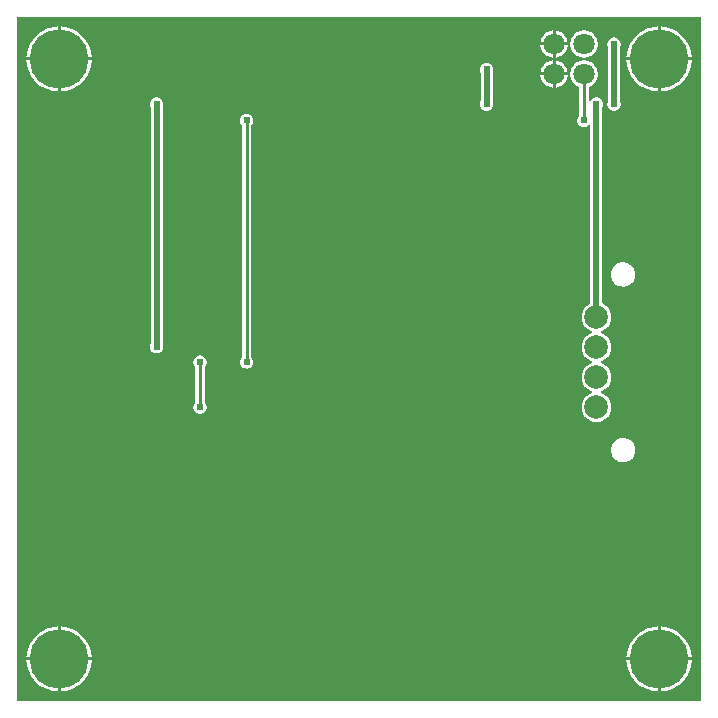
<source format=gbl>
G04 Layer: BottomLayer*
G04 Panelize: , Column: 2, Row: 2, Board Size: 58.42mm x 58.42mm, Panelized Board Size: 118.84mm x 118.84mm*
G04 EasyEDA v6.5.34, 2023-08-21 18:11:39*
G04 ba809c9b4c8644faba3ff844f2f4f7cd,5a6b42c53f6a479593ecc07194224c93,10*
G04 Gerber Generator version 0.2*
G04 Scale: 100 percent, Rotated: No, Reflected: No *
G04 Dimensions in millimeters *
G04 leading zeros omitted , absolute positions ,4 integer and 5 decimal *
%FSLAX45Y45*%
%MOMM*%

%ADD10C,0.5000*%
%ADD11C,0.2540*%
%ADD12C,5.0000*%
%ADD13C,2.0000*%
%ADD14C,1.8000*%
%ADD15C,0.6100*%
%ADD16C,0.6096*%
%ADD17C,0.0110*%

%LPD*%
G36*
X5805932Y25908D02*
G01*
X36068Y26416D01*
X32156Y27178D01*
X28905Y29362D01*
X26670Y32664D01*
X25908Y36576D01*
X25908Y5805932D01*
X26670Y5809843D01*
X28905Y5813094D01*
X32156Y5815330D01*
X36068Y5816092D01*
X5805932Y5816092D01*
X5809843Y5815330D01*
X5813094Y5813094D01*
X5815330Y5809843D01*
X5816092Y5805932D01*
X5816092Y36068D01*
X5815330Y32207D01*
X5813094Y28905D01*
X5809843Y26670D01*
G37*

%LPC*%
G36*
X4584700Y5600700D02*
G01*
X4687112Y5600700D01*
X4686960Y5602528D01*
X4684268Y5616803D01*
X4679746Y5630672D01*
X4673549Y5643829D01*
X4665776Y5656122D01*
X4656480Y5667349D01*
X4645863Y5677306D01*
X4634077Y5685840D01*
X4621326Y5692851D01*
X4607814Y5698236D01*
X4593691Y5701842D01*
X4584700Y5702960D01*
G37*
G36*
X393700Y105562D02*
G01*
X398322Y105664D01*
X421284Y108051D01*
X443992Y112369D01*
X466242Y118618D01*
X487934Y126644D01*
X508812Y136499D01*
X528828Y148031D01*
X547827Y161239D01*
X565607Y175971D01*
X582117Y192125D01*
X597204Y209600D01*
X610819Y228295D01*
X622757Y248107D01*
X633018Y268782D01*
X641553Y290271D01*
X648208Y312369D01*
X653034Y334975D01*
X655929Y357936D01*
X656336Y368300D01*
X393700Y368300D01*
G37*
G36*
X5448300Y105613D02*
G01*
X5448300Y368300D01*
X5185410Y368300D01*
X5187289Y346405D01*
X5191150Y323646D01*
X5196890Y301244D01*
X5204460Y279450D01*
X5213858Y258317D01*
X5224983Y238099D01*
X5237784Y218846D01*
X5252161Y200710D01*
X5267960Y183896D01*
X5285130Y168402D01*
X5303520Y154432D01*
X5323027Y142087D01*
X5343499Y131368D01*
X5364835Y122428D01*
X5386781Y115265D01*
X5409285Y109982D01*
X5432145Y106629D01*
G37*
G36*
X368300Y105613D02*
G01*
X368300Y368300D01*
X105410Y368300D01*
X107289Y346405D01*
X111150Y323646D01*
X116890Y301244D01*
X124460Y279450D01*
X133858Y258317D01*
X144983Y238099D01*
X157784Y218846D01*
X172161Y200710D01*
X187960Y183896D01*
X205130Y168402D01*
X223520Y154432D01*
X243027Y142087D01*
X263499Y131368D01*
X284835Y122428D01*
X306781Y115265D01*
X329285Y109982D01*
X352145Y106629D01*
G37*
G36*
X5473700Y393700D02*
G01*
X5736336Y393700D01*
X5735929Y404063D01*
X5733034Y427024D01*
X5728208Y449630D01*
X5721553Y471728D01*
X5713018Y493217D01*
X5702757Y513892D01*
X5690819Y533704D01*
X5677204Y552348D01*
X5662117Y569874D01*
X5645607Y586028D01*
X5627827Y600760D01*
X5608828Y613968D01*
X5588812Y625500D01*
X5567934Y635355D01*
X5546242Y643382D01*
X5523992Y649630D01*
X5501284Y653948D01*
X5478322Y656336D01*
X5473700Y656437D01*
G37*
G36*
X393700Y393700D02*
G01*
X656336Y393700D01*
X655929Y404063D01*
X653034Y427024D01*
X648208Y449630D01*
X641553Y471728D01*
X633018Y493217D01*
X622757Y513892D01*
X610819Y533704D01*
X597204Y552348D01*
X582117Y569874D01*
X565607Y586028D01*
X547827Y600760D01*
X528828Y613968D01*
X508812Y625500D01*
X487934Y635355D01*
X466242Y643382D01*
X443992Y649630D01*
X421284Y653948D01*
X398322Y656336D01*
X393700Y656437D01*
G37*
G36*
X5185410Y393700D02*
G01*
X5448300Y393700D01*
X5448300Y656386D01*
X5432145Y655370D01*
X5409285Y652018D01*
X5386781Y646734D01*
X5364835Y639572D01*
X5343499Y630631D01*
X5323027Y619912D01*
X5303520Y607568D01*
X5285130Y593598D01*
X5267960Y578104D01*
X5252161Y561289D01*
X5237784Y543153D01*
X5224983Y523900D01*
X5213858Y503682D01*
X5204460Y482549D01*
X5196890Y460756D01*
X5191150Y438353D01*
X5187289Y415594D01*
G37*
G36*
X105410Y393700D02*
G01*
X368300Y393700D01*
X368300Y656386D01*
X352145Y655370D01*
X329285Y652018D01*
X306781Y646734D01*
X284835Y639572D01*
X263499Y630631D01*
X243027Y619912D01*
X223520Y607568D01*
X205130Y593598D01*
X187960Y578104D01*
X172161Y561289D01*
X157784Y543153D01*
X144983Y523900D01*
X133858Y503682D01*
X124460Y482549D01*
X116890Y460756D01*
X111150Y438353D01*
X107289Y415594D01*
G37*
G36*
X5152745Y2046274D02*
G01*
X5166563Y2046732D01*
X5180177Y2049018D01*
X5193385Y2053132D01*
X5205933Y2058924D01*
X5217566Y2066391D01*
X5228082Y2075281D01*
X5237378Y2085543D01*
X5245201Y2096922D01*
X5251399Y2109216D01*
X5255920Y2122271D01*
X5258663Y2135835D01*
X5259628Y2149602D01*
X5258663Y2163368D01*
X5255920Y2176932D01*
X5251399Y2189937D01*
X5245201Y2202281D01*
X5237378Y2213660D01*
X5228082Y2223922D01*
X5217566Y2232812D01*
X5205933Y2240280D01*
X5193385Y2246071D01*
X5180177Y2250186D01*
X5166563Y2252472D01*
X5152745Y2252929D01*
X5139029Y2251557D01*
X5125618Y2248357D01*
X5112715Y2243378D01*
X5100574Y2236724D01*
X5089499Y2228545D01*
X5079542Y2218944D01*
X5071008Y2208123D01*
X5063947Y2196236D01*
X5058562Y2183536D01*
X5054904Y2170176D01*
X5053076Y2156510D01*
X5053076Y2142693D01*
X5054904Y2129028D01*
X5058562Y2115667D01*
X5063947Y2102967D01*
X5071008Y2091080D01*
X5079542Y2080260D01*
X5089499Y2070658D01*
X5100574Y2062480D01*
X5112715Y2055825D01*
X5125618Y2050846D01*
X5139029Y2047646D01*
G37*
G36*
X4931206Y2386279D02*
G01*
X4946396Y2387193D01*
X4961331Y2389936D01*
X4975860Y2394458D01*
X4989728Y2400706D01*
X5002733Y2408580D01*
X5014722Y2417927D01*
X5025440Y2428697D01*
X5034838Y2440635D01*
X5042662Y2453690D01*
X5048910Y2467508D01*
X5053431Y2482037D01*
X5056174Y2496972D01*
X5057089Y2512161D01*
X5056174Y2527350D01*
X5053431Y2542286D01*
X5048910Y2556814D01*
X5042662Y2570683D01*
X5034838Y2583688D01*
X5025440Y2595626D01*
X5014722Y2606395D01*
X5002733Y2615793D01*
X4989728Y2623616D01*
X4975809Y2629916D01*
X4972659Y2632151D01*
X4970526Y2635351D01*
X4969814Y2639161D01*
X4970526Y2642971D01*
X4972659Y2646222D01*
X4975809Y2648458D01*
X4989728Y2654706D01*
X5002733Y2662580D01*
X5014722Y2671927D01*
X5025440Y2682697D01*
X5034838Y2694635D01*
X5042662Y2707690D01*
X5048910Y2721508D01*
X5053431Y2736037D01*
X5056174Y2750972D01*
X5057089Y2766161D01*
X5056174Y2781350D01*
X5053431Y2796286D01*
X5048910Y2810814D01*
X5042662Y2824683D01*
X5034838Y2837688D01*
X5025440Y2849626D01*
X5014722Y2860395D01*
X5002733Y2869793D01*
X4989728Y2877616D01*
X4975809Y2883916D01*
X4972659Y2886151D01*
X4970526Y2889351D01*
X4969814Y2893161D01*
X4970526Y2896971D01*
X4972659Y2900222D01*
X4975809Y2902458D01*
X4989728Y2908706D01*
X5002733Y2916580D01*
X5014722Y2925927D01*
X5025440Y2936697D01*
X5034838Y2948635D01*
X5042662Y2961690D01*
X5048910Y2975508D01*
X5053431Y2990037D01*
X5056174Y3004972D01*
X5057089Y3020161D01*
X5056174Y3035350D01*
X5053431Y3050286D01*
X5048910Y3064814D01*
X5042662Y3078683D01*
X5034838Y3091688D01*
X5025440Y3103626D01*
X5014722Y3114395D01*
X5002733Y3123793D01*
X4989728Y3131616D01*
X4975809Y3137916D01*
X4972659Y3140151D01*
X4970526Y3143351D01*
X4969814Y3147161D01*
X4970526Y3150971D01*
X4972659Y3154222D01*
X4975809Y3156458D01*
X4989728Y3162706D01*
X5002733Y3170580D01*
X5014722Y3179927D01*
X5025440Y3190697D01*
X5034838Y3202635D01*
X5042662Y3215690D01*
X5048910Y3229508D01*
X5053431Y3244037D01*
X5056174Y3258972D01*
X5057089Y3274161D01*
X5056174Y3289350D01*
X5053431Y3304286D01*
X5048910Y3318814D01*
X5042662Y3332683D01*
X5034838Y3345687D01*
X5025440Y3357626D01*
X5014722Y3368395D01*
X5002733Y3377793D01*
X4989728Y3385616D01*
X4988102Y3386378D01*
X4984953Y3388614D01*
X4982870Y3391814D01*
X4982108Y3395624D01*
X4982108Y5054092D01*
X4983073Y5058359D01*
X4984140Y5060696D01*
X4986680Y5070195D01*
X4987544Y5080000D01*
X4986680Y5089753D01*
X4984140Y5099253D01*
X4980025Y5108143D01*
X4974386Y5116220D01*
X4967427Y5123129D01*
X4959400Y5128768D01*
X4950460Y5132933D01*
X4941011Y5135473D01*
X4931206Y5136337D01*
X4921402Y5135473D01*
X4911953Y5132933D01*
X4903012Y5128768D01*
X4894986Y5123129D01*
X4888026Y5116220D01*
X4883099Y5109108D01*
X4880000Y5106212D01*
X4875936Y5104841D01*
X4871720Y5105247D01*
X4868011Y5107381D01*
X4865522Y5110784D01*
X4864608Y5114950D01*
X4864608Y5217972D01*
X4865420Y5221935D01*
X4867656Y5225237D01*
X4871008Y5227421D01*
X4875326Y5229148D01*
X4888077Y5236159D01*
X4899863Y5244693D01*
X4910480Y5254650D01*
X4919776Y5265877D01*
X4927549Y5278170D01*
X4933746Y5291328D01*
X4938268Y5305196D01*
X4940960Y5319471D01*
X4941874Y5334000D01*
X4940960Y5348528D01*
X4938268Y5362803D01*
X4933746Y5376672D01*
X4927549Y5389829D01*
X4919776Y5402122D01*
X4910480Y5413349D01*
X4899863Y5423306D01*
X4888077Y5431840D01*
X4875326Y5438851D01*
X4861814Y5444236D01*
X4847691Y5447842D01*
X4833264Y5449671D01*
X4818735Y5449671D01*
X4804308Y5447842D01*
X4790186Y5444236D01*
X4776673Y5438851D01*
X4763922Y5431840D01*
X4752136Y5423306D01*
X4741519Y5413349D01*
X4732223Y5402122D01*
X4724450Y5389829D01*
X4718253Y5376672D01*
X4713732Y5362803D01*
X4711039Y5348528D01*
X4710125Y5334000D01*
X4711039Y5319471D01*
X4713732Y5305196D01*
X4718253Y5291328D01*
X4724450Y5278170D01*
X4732223Y5265877D01*
X4741519Y5254650D01*
X4752136Y5244693D01*
X4763922Y5236159D01*
X4776673Y5229148D01*
X4780991Y5227421D01*
X4784344Y5225237D01*
X4786579Y5221935D01*
X4787392Y5217972D01*
X4787392Y4985308D01*
X4786630Y4981397D01*
X4784394Y4978095D01*
X4782820Y4976520D01*
X4777181Y4968443D01*
X4773015Y4959553D01*
X4770475Y4950053D01*
X4769662Y4940300D01*
X4770475Y4930495D01*
X4773015Y4920996D01*
X4777181Y4912106D01*
X4782820Y4904079D01*
X4789779Y4897120D01*
X4797806Y4891481D01*
X4806696Y4887315D01*
X4816195Y4884775D01*
X4826000Y4883962D01*
X4835753Y4884775D01*
X4845253Y4887315D01*
X4854143Y4891481D01*
X4866233Y4900066D01*
X4870145Y4900828D01*
X4874006Y4900066D01*
X4877308Y4897882D01*
X4879543Y4894580D01*
X4880305Y4890668D01*
X4880305Y3395624D01*
X4879543Y3391814D01*
X4877460Y3388563D01*
X4859680Y3377793D01*
X4847742Y3368395D01*
X4836972Y3357626D01*
X4827625Y3345687D01*
X4819751Y3332683D01*
X4813503Y3318814D01*
X4808982Y3304286D01*
X4806238Y3289350D01*
X4805324Y3274161D01*
X4806238Y3258972D01*
X4808982Y3244037D01*
X4813503Y3229508D01*
X4819751Y3215690D01*
X4827625Y3202635D01*
X4836972Y3190697D01*
X4847742Y3179927D01*
X4859680Y3170580D01*
X4872736Y3162706D01*
X4886655Y3156458D01*
X4889804Y3154222D01*
X4891887Y3150971D01*
X4892649Y3147161D01*
X4891887Y3143351D01*
X4889804Y3140151D01*
X4886655Y3137916D01*
X4872736Y3131616D01*
X4859680Y3123793D01*
X4847742Y3114395D01*
X4836972Y3103626D01*
X4827625Y3091688D01*
X4819751Y3078683D01*
X4813503Y3064814D01*
X4808982Y3050286D01*
X4806238Y3035350D01*
X4805324Y3020161D01*
X4806238Y3004972D01*
X4808982Y2990037D01*
X4813503Y2975508D01*
X4819751Y2961690D01*
X4827625Y2948635D01*
X4836972Y2936697D01*
X4847742Y2925927D01*
X4859680Y2916580D01*
X4872736Y2908706D01*
X4886655Y2902458D01*
X4889804Y2900222D01*
X4891887Y2896971D01*
X4892649Y2893161D01*
X4891887Y2889351D01*
X4889804Y2886151D01*
X4886655Y2883916D01*
X4872736Y2877616D01*
X4859680Y2869793D01*
X4847742Y2860395D01*
X4836972Y2849626D01*
X4827625Y2837688D01*
X4819751Y2824683D01*
X4813503Y2810814D01*
X4808982Y2796286D01*
X4806238Y2781350D01*
X4805324Y2766161D01*
X4806238Y2750972D01*
X4808982Y2736037D01*
X4813503Y2721508D01*
X4819751Y2707690D01*
X4827625Y2694635D01*
X4836972Y2682697D01*
X4847742Y2671927D01*
X4859680Y2662580D01*
X4872736Y2654706D01*
X4886655Y2648458D01*
X4889804Y2646222D01*
X4891887Y2642971D01*
X4892649Y2639161D01*
X4891887Y2635351D01*
X4889804Y2632151D01*
X4886655Y2629916D01*
X4872736Y2623616D01*
X4859680Y2615793D01*
X4847742Y2606395D01*
X4836972Y2595626D01*
X4827625Y2583688D01*
X4819751Y2570683D01*
X4813503Y2556814D01*
X4808982Y2542286D01*
X4806238Y2527350D01*
X4805324Y2512161D01*
X4806238Y2496972D01*
X4808982Y2482037D01*
X4813503Y2467508D01*
X4819751Y2453690D01*
X4827625Y2440635D01*
X4836972Y2428697D01*
X4847742Y2417927D01*
X4859680Y2408580D01*
X4872736Y2400706D01*
X4886553Y2394458D01*
X4901082Y2389936D01*
X4916017Y2387193D01*
G37*
G36*
X1574800Y2456586D02*
G01*
X1584604Y2457450D01*
X1594053Y2459990D01*
X1602994Y2464155D01*
X1611020Y2469794D01*
X1617980Y2476703D01*
X1623618Y2484780D01*
X1627733Y2493670D01*
X1630273Y2503170D01*
X1631137Y2512923D01*
X1630273Y2522728D01*
X1627733Y2532227D01*
X1623618Y2541117D01*
X1617980Y2549144D01*
X1616405Y2550769D01*
X1614170Y2554020D01*
X1613408Y2557932D01*
X1613408Y2850591D01*
X1614170Y2854502D01*
X1616405Y2857804D01*
X1617980Y2859379D01*
X1623618Y2867406D01*
X1627733Y2876346D01*
X1630273Y2885795D01*
X1631137Y2895600D01*
X1630273Y2905404D01*
X1627733Y2914853D01*
X1623618Y2923794D01*
X1617980Y2931820D01*
X1611020Y2938780D01*
X1602994Y2944418D01*
X1594053Y2948533D01*
X1584604Y2951073D01*
X1574800Y2951937D01*
X1564995Y2951073D01*
X1555546Y2948533D01*
X1546606Y2944418D01*
X1538579Y2938780D01*
X1531620Y2931820D01*
X1525981Y2923794D01*
X1521866Y2914853D01*
X1519326Y2905404D01*
X1518462Y2895600D01*
X1519326Y2885795D01*
X1521866Y2876346D01*
X1525981Y2867406D01*
X1531620Y2859379D01*
X1533194Y2857804D01*
X1535430Y2854502D01*
X1536192Y2850591D01*
X1536192Y2557932D01*
X1535430Y2554020D01*
X1533194Y2550769D01*
X1531620Y2549144D01*
X1525981Y2541117D01*
X1521866Y2532227D01*
X1519326Y2522728D01*
X1518462Y2512923D01*
X1519326Y2503170D01*
X1521866Y2493670D01*
X1525981Y2484780D01*
X1531620Y2476703D01*
X1538579Y2469794D01*
X1546606Y2464155D01*
X1555546Y2459990D01*
X1564995Y2457450D01*
G37*
G36*
X1968500Y2840024D02*
G01*
X1978304Y2840888D01*
X1987753Y2843428D01*
X1996693Y2847594D01*
X2004720Y2853182D01*
X2011680Y2860141D01*
X2017318Y2868218D01*
X2021433Y2877108D01*
X2023973Y2886608D01*
X2024837Y2896362D01*
X2023973Y2906166D01*
X2021433Y2915666D01*
X2017318Y2924556D01*
X2011680Y2932582D01*
X2010105Y2934157D01*
X2007870Y2937459D01*
X2007107Y2941370D01*
X2007107Y4895291D01*
X2007870Y4899202D01*
X2010105Y4902504D01*
X2011680Y4904079D01*
X2017318Y4912106D01*
X2021433Y4920996D01*
X2023973Y4930495D01*
X2024837Y4940300D01*
X2023973Y4950053D01*
X2021433Y4959553D01*
X2017318Y4968443D01*
X2011680Y4976520D01*
X2004720Y4983480D01*
X1996693Y4989068D01*
X1987753Y4993233D01*
X1978304Y4995773D01*
X1968500Y4996637D01*
X1958695Y4995773D01*
X1949246Y4993233D01*
X1940306Y4989068D01*
X1932279Y4983480D01*
X1925320Y4976520D01*
X1919681Y4968443D01*
X1915566Y4959553D01*
X1913026Y4950053D01*
X1912162Y4940300D01*
X1913026Y4930495D01*
X1915566Y4920996D01*
X1919681Y4912106D01*
X1925320Y4904079D01*
X1926894Y4902504D01*
X1929130Y4899202D01*
X1929892Y4895291D01*
X1929892Y2941370D01*
X1929130Y2937459D01*
X1926894Y2934157D01*
X1925320Y2932582D01*
X1919681Y2924556D01*
X1915566Y2915666D01*
X1913026Y2906166D01*
X1912162Y2896362D01*
X1913026Y2886608D01*
X1915566Y2877108D01*
X1919681Y2868218D01*
X1925320Y2860141D01*
X1932279Y2853182D01*
X1940306Y2847594D01*
X1949246Y2843428D01*
X1958695Y2840888D01*
G37*
G36*
X1206500Y2968548D02*
G01*
X1216253Y2969412D01*
X1225753Y2971952D01*
X1234643Y2976067D01*
X1242720Y2981706D01*
X1249680Y2988665D01*
X1255268Y2996692D01*
X1259433Y3005632D01*
X1261973Y3015081D01*
X1262837Y3024886D01*
X1261973Y3034690D01*
X1259433Y3044139D01*
X1258366Y3046476D01*
X1257401Y3050794D01*
X1257401Y5054803D01*
X1258366Y5059070D01*
X1259484Y5061508D01*
X1262024Y5071008D01*
X1262888Y5080762D01*
X1262024Y5090566D01*
X1259484Y5100066D01*
X1255318Y5108956D01*
X1249680Y5117033D01*
X1242771Y5123942D01*
X1234694Y5129580D01*
X1225804Y5133746D01*
X1216304Y5136286D01*
X1206500Y5137150D01*
X1196746Y5136286D01*
X1187246Y5133746D01*
X1178356Y5129580D01*
X1170279Y5123942D01*
X1163320Y5117033D01*
X1157681Y5108956D01*
X1153566Y5100066D01*
X1151026Y5090566D01*
X1150162Y5080762D01*
X1151026Y5071008D01*
X1153566Y5061508D01*
X1154633Y5059172D01*
X1155598Y5054854D01*
X1155598Y3050794D01*
X1154633Y3046476D01*
X1153566Y3044139D01*
X1150975Y3034690D01*
X1150162Y3024886D01*
X1150975Y3015081D01*
X1153566Y3005632D01*
X1157681Y2996692D01*
X1163320Y2988665D01*
X1170279Y2981706D01*
X1178306Y2976067D01*
X1187196Y2971952D01*
X1196695Y2969412D01*
G37*
G36*
X5152745Y3533343D02*
G01*
X5166563Y3533851D01*
X5180177Y3536137D01*
X5193385Y3540201D01*
X5205933Y3546043D01*
X5217566Y3553460D01*
X5228082Y3562400D01*
X5237378Y3572611D01*
X5245201Y3583990D01*
X5251399Y3596335D01*
X5255920Y3609390D01*
X5258663Y3622903D01*
X5259628Y3636670D01*
X5258663Y3650487D01*
X5255920Y3664000D01*
X5251399Y3677056D01*
X5245201Y3689400D01*
X5237378Y3700779D01*
X5228082Y3710990D01*
X5217566Y3719931D01*
X5205933Y3727348D01*
X5193385Y3733190D01*
X5180177Y3737254D01*
X5166563Y3739540D01*
X5152745Y3740048D01*
X5139029Y3738626D01*
X5125618Y3735425D01*
X5112715Y3730498D01*
X5100574Y3723843D01*
X5089499Y3715664D01*
X5079542Y3706063D01*
X5071008Y3695192D01*
X5063947Y3683304D01*
X5058562Y3670604D01*
X5054904Y3657295D01*
X5053076Y3643579D01*
X5053076Y3629812D01*
X5054904Y3616096D01*
X5058562Y3602786D01*
X5063947Y3590086D01*
X5071008Y3578199D01*
X5079542Y3567328D01*
X5089499Y3557727D01*
X5100574Y3549548D01*
X5112715Y3542893D01*
X5125618Y3537965D01*
X5139029Y3534765D01*
G37*
G36*
X4456887Y5600700D02*
G01*
X4559300Y5600700D01*
X4559300Y5702960D01*
X4550308Y5701842D01*
X4536186Y5698236D01*
X4522673Y5692851D01*
X4509922Y5685840D01*
X4498136Y5677306D01*
X4487519Y5667349D01*
X4478223Y5656122D01*
X4470450Y5643829D01*
X4464253Y5630672D01*
X4459732Y5616803D01*
X4457039Y5602528D01*
G37*
G36*
X5080000Y5023612D02*
G01*
X5089804Y5024475D01*
X5099253Y5027015D01*
X5108194Y5031181D01*
X5116220Y5036820D01*
X5123180Y5043728D01*
X5128818Y5051806D01*
X5132933Y5060696D01*
X5135473Y5070195D01*
X5136337Y5079949D01*
X5135473Y5089753D01*
X5132933Y5099253D01*
X5131866Y5101590D01*
X5130901Y5105908D01*
X5130901Y5562041D01*
X5131866Y5566359D01*
X5132933Y5568746D01*
X5135473Y5578195D01*
X5136337Y5588000D01*
X5135473Y5597804D01*
X5132933Y5607253D01*
X5128818Y5616194D01*
X5123180Y5624220D01*
X5116220Y5631180D01*
X5108194Y5636818D01*
X5099253Y5640933D01*
X5089804Y5643473D01*
X5080000Y5644337D01*
X5070195Y5643473D01*
X5060746Y5640933D01*
X5051806Y5636818D01*
X5043779Y5631180D01*
X5036820Y5624220D01*
X5031181Y5616194D01*
X5027066Y5607253D01*
X5024526Y5597804D01*
X5023662Y5588000D01*
X5024526Y5578195D01*
X5027066Y5568746D01*
X5028133Y5566410D01*
X5029098Y5562142D01*
X5029098Y5105857D01*
X5028133Y5101539D01*
X5027066Y5099253D01*
X5024526Y5089753D01*
X5023662Y5079949D01*
X5024526Y5070195D01*
X5027066Y5060696D01*
X5031181Y5051806D01*
X5036820Y5043728D01*
X5043779Y5036820D01*
X5051806Y5031181D01*
X5060746Y5027015D01*
X5070195Y5024475D01*
G37*
G36*
X4000500Y5023662D02*
G01*
X4010253Y5024475D01*
X4019753Y5027015D01*
X4028643Y5031181D01*
X4036720Y5036820D01*
X4043679Y5043779D01*
X4049268Y5051806D01*
X4053433Y5060696D01*
X4055973Y5070195D01*
X4056837Y5080000D01*
X4055973Y5089753D01*
X4053433Y5099253D01*
X4052366Y5101590D01*
X4051401Y5105857D01*
X4051401Y5346192D01*
X4052366Y5350510D01*
X4053433Y5352846D01*
X4055973Y5362295D01*
X4056837Y5372100D01*
X4055973Y5381904D01*
X4053433Y5391353D01*
X4049318Y5400294D01*
X4043679Y5408320D01*
X4036720Y5415280D01*
X4028694Y5420918D01*
X4019753Y5425033D01*
X4010304Y5427573D01*
X4000500Y5428437D01*
X3990695Y5427573D01*
X3981246Y5425033D01*
X3972306Y5420918D01*
X3964279Y5415280D01*
X3957320Y5408320D01*
X3951681Y5400294D01*
X3947566Y5391353D01*
X3945026Y5381904D01*
X3944162Y5372100D01*
X3945026Y5362295D01*
X3947566Y5352846D01*
X3948633Y5350510D01*
X3949598Y5346192D01*
X3949598Y5105908D01*
X3948633Y5101640D01*
X3947566Y5099253D01*
X3944975Y5089753D01*
X3944162Y5080000D01*
X3944975Y5070195D01*
X3947566Y5060696D01*
X3951681Y5051806D01*
X3957320Y5043779D01*
X3964279Y5036820D01*
X3972306Y5031181D01*
X3981196Y5027015D01*
X3990695Y5024475D01*
G37*
G36*
X5473700Y105562D02*
G01*
X5478322Y105664D01*
X5501284Y108051D01*
X5523992Y112369D01*
X5546242Y118618D01*
X5567934Y126644D01*
X5588812Y136499D01*
X5608828Y148031D01*
X5627827Y161239D01*
X5645607Y175971D01*
X5662117Y192125D01*
X5677204Y209600D01*
X5690819Y228295D01*
X5702757Y248107D01*
X5713018Y268782D01*
X5721553Y290271D01*
X5728208Y312369D01*
X5733034Y334975D01*
X5735929Y357936D01*
X5736336Y368300D01*
X5473700Y368300D01*
G37*
G36*
X5473700Y5185562D02*
G01*
X5478322Y5185664D01*
X5501284Y5188051D01*
X5523992Y5192369D01*
X5546242Y5198618D01*
X5567934Y5206644D01*
X5588812Y5216499D01*
X5608828Y5228031D01*
X5627827Y5241239D01*
X5645607Y5255971D01*
X5662117Y5272125D01*
X5677204Y5289600D01*
X5690819Y5308295D01*
X5702757Y5328107D01*
X5713018Y5348782D01*
X5721553Y5370271D01*
X5728208Y5392369D01*
X5733034Y5414975D01*
X5735929Y5437936D01*
X5736336Y5448300D01*
X5473700Y5448300D01*
G37*
G36*
X393700Y5185562D02*
G01*
X398322Y5185664D01*
X421284Y5188051D01*
X443992Y5192369D01*
X466242Y5198618D01*
X487934Y5206644D01*
X508812Y5216499D01*
X528828Y5228031D01*
X547827Y5241239D01*
X565607Y5255971D01*
X582117Y5272125D01*
X597204Y5289600D01*
X610819Y5308295D01*
X622757Y5328107D01*
X633018Y5348782D01*
X641553Y5370271D01*
X648208Y5392369D01*
X653034Y5414975D01*
X655929Y5437936D01*
X656336Y5448300D01*
X393700Y5448300D01*
G37*
G36*
X5448300Y5185613D02*
G01*
X5448300Y5448300D01*
X5185410Y5448300D01*
X5187289Y5426405D01*
X5191150Y5403646D01*
X5196890Y5381244D01*
X5204460Y5359450D01*
X5213858Y5338318D01*
X5224983Y5318099D01*
X5237784Y5298846D01*
X5252161Y5280710D01*
X5267960Y5263896D01*
X5285130Y5248402D01*
X5303520Y5234432D01*
X5323027Y5222087D01*
X5343499Y5211368D01*
X5364835Y5202428D01*
X5386781Y5195265D01*
X5409285Y5189982D01*
X5432145Y5186629D01*
G37*
G36*
X368300Y5185613D02*
G01*
X368300Y5448300D01*
X105410Y5448300D01*
X107289Y5426405D01*
X111150Y5403646D01*
X116890Y5381244D01*
X124460Y5359450D01*
X133858Y5338318D01*
X144983Y5318099D01*
X157784Y5298846D01*
X172161Y5280710D01*
X187960Y5263896D01*
X205130Y5248402D01*
X223520Y5234432D01*
X243027Y5222087D01*
X263499Y5211368D01*
X284835Y5202428D01*
X306781Y5195265D01*
X329285Y5189982D01*
X352145Y5186629D01*
G37*
G36*
X4559300Y5219039D02*
G01*
X4559300Y5321300D01*
X4456887Y5321300D01*
X4457039Y5319471D01*
X4459732Y5305196D01*
X4464253Y5291328D01*
X4470450Y5278170D01*
X4478223Y5265877D01*
X4487519Y5254650D01*
X4498136Y5244693D01*
X4509922Y5236159D01*
X4522673Y5229148D01*
X4536186Y5223764D01*
X4550308Y5220157D01*
G37*
G36*
X4584700Y5219039D02*
G01*
X4593691Y5220157D01*
X4607814Y5223764D01*
X4621326Y5229148D01*
X4634077Y5236159D01*
X4645863Y5244693D01*
X4656480Y5254650D01*
X4665776Y5265877D01*
X4673549Y5278170D01*
X4679746Y5291328D01*
X4684268Y5305196D01*
X4686960Y5319471D01*
X4687112Y5321300D01*
X4584700Y5321300D01*
G37*
G36*
X4456887Y5346700D02*
G01*
X4559300Y5346700D01*
X4559300Y5448960D01*
X4550308Y5447842D01*
X4536186Y5444236D01*
X4522673Y5438851D01*
X4509922Y5431840D01*
X4498136Y5423306D01*
X4487519Y5413349D01*
X4478223Y5402122D01*
X4470450Y5389829D01*
X4464253Y5376672D01*
X4459732Y5362803D01*
X4457039Y5348528D01*
G37*
G36*
X4584700Y5346700D02*
G01*
X4687112Y5346700D01*
X4686960Y5348528D01*
X4684268Y5362803D01*
X4679746Y5376672D01*
X4673549Y5389829D01*
X4665776Y5402122D01*
X4656480Y5413349D01*
X4645863Y5423306D01*
X4634077Y5431840D01*
X4621326Y5438851D01*
X4607814Y5444236D01*
X4593691Y5447842D01*
X4584700Y5448960D01*
G37*
G36*
X4818735Y5472328D02*
G01*
X4833264Y5472328D01*
X4847691Y5474157D01*
X4861814Y5477764D01*
X4875326Y5483148D01*
X4888077Y5490159D01*
X4899863Y5498693D01*
X4910480Y5508650D01*
X4919776Y5519877D01*
X4927549Y5532170D01*
X4933746Y5545328D01*
X4938268Y5559196D01*
X4940960Y5573471D01*
X4941874Y5588000D01*
X4940960Y5602528D01*
X4938268Y5616803D01*
X4933746Y5630672D01*
X4927549Y5643829D01*
X4919776Y5656122D01*
X4910480Y5667349D01*
X4899863Y5677306D01*
X4888077Y5685840D01*
X4875326Y5692851D01*
X4861814Y5698236D01*
X4847691Y5701842D01*
X4833264Y5703671D01*
X4818735Y5703671D01*
X4804308Y5701842D01*
X4790186Y5698236D01*
X4776673Y5692851D01*
X4763922Y5685840D01*
X4752136Y5677306D01*
X4741519Y5667349D01*
X4732223Y5656122D01*
X4724450Y5643829D01*
X4718253Y5630672D01*
X4713732Y5616803D01*
X4711039Y5602528D01*
X4710125Y5588000D01*
X4711039Y5573471D01*
X4713732Y5559196D01*
X4718253Y5545328D01*
X4724450Y5532170D01*
X4732223Y5519877D01*
X4741519Y5508650D01*
X4752136Y5498693D01*
X4763922Y5490159D01*
X4776673Y5483148D01*
X4790186Y5477764D01*
X4804308Y5474157D01*
G37*
G36*
X4584700Y5473039D02*
G01*
X4593691Y5474157D01*
X4607814Y5477764D01*
X4621326Y5483148D01*
X4634077Y5490159D01*
X4645863Y5498693D01*
X4656480Y5508650D01*
X4665776Y5519877D01*
X4673549Y5532170D01*
X4679746Y5545328D01*
X4684268Y5559196D01*
X4686960Y5573471D01*
X4687112Y5575300D01*
X4584700Y5575300D01*
G37*
G36*
X4559300Y5473039D02*
G01*
X4559300Y5575300D01*
X4456887Y5575300D01*
X4457039Y5573471D01*
X4459732Y5559196D01*
X4464253Y5545328D01*
X4470450Y5532170D01*
X4478223Y5519877D01*
X4487519Y5508650D01*
X4498136Y5498693D01*
X4509922Y5490159D01*
X4522673Y5483148D01*
X4536186Y5477764D01*
X4550308Y5474157D01*
G37*
G36*
X5473700Y5473700D02*
G01*
X5736336Y5473700D01*
X5735929Y5484063D01*
X5733034Y5507024D01*
X5728208Y5529630D01*
X5721553Y5551728D01*
X5713018Y5573217D01*
X5702757Y5593892D01*
X5690819Y5613704D01*
X5677204Y5632348D01*
X5662117Y5649874D01*
X5645607Y5666028D01*
X5627827Y5680760D01*
X5608828Y5693968D01*
X5588812Y5705500D01*
X5567934Y5715355D01*
X5546242Y5723382D01*
X5523992Y5729630D01*
X5501284Y5733948D01*
X5478322Y5736336D01*
X5473700Y5736437D01*
G37*
G36*
X393700Y5473700D02*
G01*
X656336Y5473700D01*
X655929Y5484063D01*
X653034Y5507024D01*
X648208Y5529630D01*
X641553Y5551728D01*
X633018Y5573217D01*
X622757Y5593892D01*
X610819Y5613704D01*
X597204Y5632348D01*
X582117Y5649874D01*
X565607Y5666028D01*
X547827Y5680760D01*
X528828Y5693968D01*
X508812Y5705500D01*
X487934Y5715355D01*
X466242Y5723382D01*
X443992Y5729630D01*
X421284Y5733948D01*
X398322Y5736336D01*
X393700Y5736437D01*
G37*
G36*
X5185410Y5473700D02*
G01*
X5448300Y5473700D01*
X5448300Y5736386D01*
X5432145Y5735370D01*
X5409285Y5732018D01*
X5386781Y5726734D01*
X5364835Y5719572D01*
X5343499Y5710631D01*
X5323027Y5699912D01*
X5303520Y5687568D01*
X5285130Y5673598D01*
X5267960Y5658104D01*
X5252161Y5641289D01*
X5237784Y5623153D01*
X5224983Y5603900D01*
X5213858Y5583682D01*
X5204460Y5562549D01*
X5196890Y5540756D01*
X5191150Y5518353D01*
X5187289Y5495594D01*
G37*
G36*
X105410Y5473700D02*
G01*
X368300Y5473700D01*
X368300Y5736386D01*
X352145Y5735370D01*
X329285Y5732018D01*
X306781Y5726734D01*
X284835Y5719572D01*
X263499Y5710631D01*
X243027Y5699912D01*
X223520Y5687568D01*
X205130Y5673598D01*
X187960Y5658104D01*
X172161Y5641289D01*
X157784Y5623153D01*
X144983Y5603900D01*
X133858Y5583682D01*
X124460Y5562549D01*
X116890Y5540756D01*
X111150Y5518353D01*
X107289Y5495594D01*
G37*

%LPD*%
D10*
X5079987Y5588000D02*
G01*
X5079987Y5079987D01*
X4000500Y5372100D02*
G01*
X4000500Y5080000D01*
X4931206Y3274161D02*
G01*
X4931206Y5079977D01*
D11*
X4826000Y4940300D02*
G01*
X4826000Y5333974D01*
X4825987Y5333987D01*
D10*
X1206492Y3024883D02*
G01*
X1206510Y5080782D01*
D11*
X1968500Y2896369D02*
G01*
X1968500Y4940300D01*
X1574797Y2512946D02*
G01*
X1574797Y2895594D01*
D12*
G01*
X381000Y5461000D03*
D13*
G01*
X4931206Y3274161D03*
G01*
X4931206Y2512161D03*
G01*
X4931206Y2766161D03*
G01*
X4931206Y3020161D03*
D14*
G01*
X4572000Y5588000D03*
G01*
X4572000Y5334000D03*
G01*
X4826000Y5334000D03*
G01*
X4826000Y5588000D03*
D12*
G01*
X381000Y381000D03*
G01*
X5461000Y381000D03*
G01*
X5461000Y5461000D03*
D15*
G01*
X1206525Y5080787D03*
D16*
G01*
X4000500Y5080000D03*
G01*
X4000500Y5372100D03*
G01*
X5080000Y5588000D03*
G01*
X5080000Y5079974D03*
G01*
X4931206Y5079974D03*
G01*
X1206500Y3024886D03*
G01*
X4826000Y4940300D03*
G01*
X1968500Y2896362D03*
G01*
X1968500Y4940300D03*
G01*
X1574800Y2512948D03*
G01*
X1574800Y2895600D03*
G01*
X2400300Y2895600D03*
G01*
X3200400Y2895600D03*
M02*

</source>
